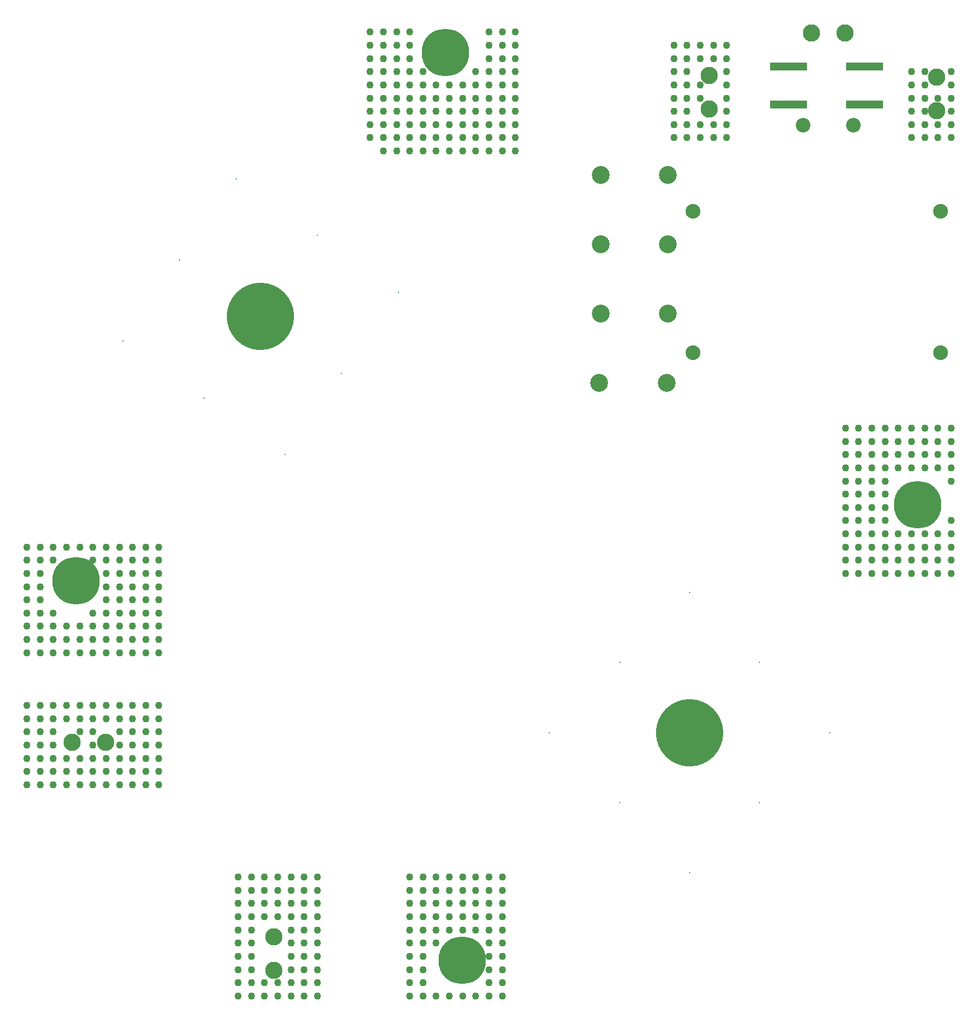
<source format=gts>
G04 Layer_Color=8388736*
%FSLAX24Y24*%
%MOIN*%
G70*
G01*
G75*
%ADD27R,0.2206X0.0493*%
%ADD28C,0.0867*%
%ADD29C,0.1064*%
%ADD30C,0.0880*%
%ADD31C,0.1030*%
%ADD32C,0.2836*%
%ADD33C,0.4017*%
%ADD34C,0.0080*%
%ADD35C,0.0434*%
D27*
X49606Y55758D02*
D03*
Y58022D02*
D03*
X54134D02*
D03*
Y55758D02*
D03*
D28*
X50469Y54528D02*
D03*
X53468D02*
D03*
D29*
X42323Y39173D02*
D03*
X38307D02*
D03*
X42402Y43307D02*
D03*
X38386D02*
D03*
X42402Y47441D02*
D03*
X38386D02*
D03*
X42402Y51575D02*
D03*
X38386D02*
D03*
D30*
X43898Y49409D02*
D03*
X58661D02*
D03*
Y40945D02*
D03*
X43898D02*
D03*
D31*
X6858Y17717D02*
D03*
X8858D02*
D03*
X44882Y55480D02*
D03*
Y57480D02*
D03*
X18898Y6134D02*
D03*
Y4134D02*
D03*
X58434Y57402D02*
D03*
Y55402D02*
D03*
X50953Y60039D02*
D03*
X52953D02*
D03*
D32*
X57286Y31892D02*
D03*
X30122Y4715D02*
D03*
X7098Y27367D02*
D03*
X29130Y58848D02*
D03*
D33*
X43701Y18307D02*
D03*
X18110Y43110D02*
D03*
D34*
X47877Y14131D02*
D03*
X39525D02*
D03*
Y22483D02*
D03*
X47877D02*
D03*
X43701Y26659D02*
D03*
Y9955D02*
D03*
X35349Y18307D02*
D03*
X52052D02*
D03*
X26335Y44560D02*
D03*
X9885Y41660D02*
D03*
X19560Y34885D02*
D03*
X16660Y51335D02*
D03*
X21497Y47948D02*
D03*
X13273Y46498D02*
D03*
X14723Y38273D02*
D03*
X22948Y39723D02*
D03*
D35*
X16772Y2598D02*
D03*
Y3386D02*
D03*
Y4173D02*
D03*
Y4961D02*
D03*
Y5748D02*
D03*
Y6535D02*
D03*
Y7323D02*
D03*
Y8110D02*
D03*
Y8898D02*
D03*
Y9685D02*
D03*
X17559Y2598D02*
D03*
Y3386D02*
D03*
Y4173D02*
D03*
Y4961D02*
D03*
Y5748D02*
D03*
Y6535D02*
D03*
Y7323D02*
D03*
Y8110D02*
D03*
Y8898D02*
D03*
Y9685D02*
D03*
X18346Y2598D02*
D03*
Y3386D02*
D03*
Y7323D02*
D03*
Y8110D02*
D03*
Y8898D02*
D03*
Y9685D02*
D03*
X19134Y2598D02*
D03*
Y3386D02*
D03*
Y7323D02*
D03*
Y8110D02*
D03*
Y8898D02*
D03*
Y9685D02*
D03*
X19921Y2598D02*
D03*
Y3386D02*
D03*
Y4173D02*
D03*
Y4961D02*
D03*
Y5748D02*
D03*
Y6535D02*
D03*
Y7323D02*
D03*
Y8110D02*
D03*
Y8898D02*
D03*
Y9685D02*
D03*
X20709Y2598D02*
D03*
Y3386D02*
D03*
Y4173D02*
D03*
Y4961D02*
D03*
Y5748D02*
D03*
Y6535D02*
D03*
Y7323D02*
D03*
Y8110D02*
D03*
Y8898D02*
D03*
Y9685D02*
D03*
X21496Y2598D02*
D03*
Y3386D02*
D03*
Y4173D02*
D03*
Y4961D02*
D03*
Y5748D02*
D03*
Y6535D02*
D03*
Y7323D02*
D03*
Y8110D02*
D03*
Y8898D02*
D03*
Y9685D02*
D03*
X27008Y2598D02*
D03*
Y3386D02*
D03*
Y4173D02*
D03*
Y4961D02*
D03*
Y5748D02*
D03*
Y6535D02*
D03*
Y7323D02*
D03*
Y8110D02*
D03*
Y8898D02*
D03*
Y9685D02*
D03*
X27795Y2598D02*
D03*
Y3386D02*
D03*
Y4173D02*
D03*
Y4961D02*
D03*
Y5748D02*
D03*
Y6535D02*
D03*
Y7323D02*
D03*
Y8110D02*
D03*
Y8898D02*
D03*
Y9685D02*
D03*
X28583Y2598D02*
D03*
Y5748D02*
D03*
Y6535D02*
D03*
Y7323D02*
D03*
Y8110D02*
D03*
Y8898D02*
D03*
Y9685D02*
D03*
X29370Y2598D02*
D03*
Y6535D02*
D03*
Y7323D02*
D03*
Y8110D02*
D03*
Y8898D02*
D03*
Y9685D02*
D03*
X30157Y2598D02*
D03*
Y6535D02*
D03*
Y7323D02*
D03*
Y8110D02*
D03*
Y8898D02*
D03*
Y9685D02*
D03*
X30945Y2598D02*
D03*
Y6535D02*
D03*
Y7323D02*
D03*
Y8110D02*
D03*
Y8898D02*
D03*
Y9685D02*
D03*
X31732Y2598D02*
D03*
Y3386D02*
D03*
Y4173D02*
D03*
Y4961D02*
D03*
Y5748D02*
D03*
Y6535D02*
D03*
Y7323D02*
D03*
Y8110D02*
D03*
Y8898D02*
D03*
Y9685D02*
D03*
X32520Y2598D02*
D03*
Y3386D02*
D03*
Y4173D02*
D03*
Y4961D02*
D03*
Y5748D02*
D03*
Y6535D02*
D03*
Y7323D02*
D03*
Y8110D02*
D03*
Y8898D02*
D03*
Y9685D02*
D03*
X4173Y15197D02*
D03*
Y15984D02*
D03*
Y16772D02*
D03*
Y17559D02*
D03*
Y18346D02*
D03*
Y19134D02*
D03*
Y19921D02*
D03*
X4961Y15197D02*
D03*
Y15984D02*
D03*
Y16772D02*
D03*
Y17559D02*
D03*
Y18346D02*
D03*
Y19134D02*
D03*
Y19921D02*
D03*
X5748Y15197D02*
D03*
Y15984D02*
D03*
Y16772D02*
D03*
Y17559D02*
D03*
Y18346D02*
D03*
Y19134D02*
D03*
Y19921D02*
D03*
X6535Y15197D02*
D03*
Y15984D02*
D03*
Y16772D02*
D03*
Y19134D02*
D03*
Y19921D02*
D03*
X7323Y15197D02*
D03*
Y15984D02*
D03*
Y16772D02*
D03*
Y18346D02*
D03*
Y19134D02*
D03*
Y19921D02*
D03*
X8110Y15197D02*
D03*
Y15984D02*
D03*
Y16772D02*
D03*
Y17559D02*
D03*
Y18346D02*
D03*
Y19134D02*
D03*
Y19921D02*
D03*
X8898Y15197D02*
D03*
Y15984D02*
D03*
Y16772D02*
D03*
Y19134D02*
D03*
Y19921D02*
D03*
X9685Y15197D02*
D03*
Y15984D02*
D03*
Y16772D02*
D03*
Y17559D02*
D03*
Y18346D02*
D03*
Y19134D02*
D03*
Y19921D02*
D03*
X10472Y15197D02*
D03*
Y15984D02*
D03*
Y16772D02*
D03*
Y17559D02*
D03*
Y18346D02*
D03*
Y19134D02*
D03*
Y19921D02*
D03*
X11260Y15197D02*
D03*
Y15984D02*
D03*
Y16772D02*
D03*
Y17559D02*
D03*
Y18346D02*
D03*
Y19134D02*
D03*
Y19921D02*
D03*
X12047Y15197D02*
D03*
Y15984D02*
D03*
Y16772D02*
D03*
Y17559D02*
D03*
Y18346D02*
D03*
Y19134D02*
D03*
Y19921D02*
D03*
X4173Y23071D02*
D03*
Y23858D02*
D03*
Y24646D02*
D03*
Y25433D02*
D03*
Y26220D02*
D03*
Y27008D02*
D03*
Y27795D02*
D03*
Y28583D02*
D03*
Y29370D02*
D03*
X4961Y23071D02*
D03*
Y23858D02*
D03*
Y24646D02*
D03*
Y25433D02*
D03*
Y26220D02*
D03*
Y27008D02*
D03*
Y27795D02*
D03*
Y28583D02*
D03*
Y29370D02*
D03*
X5748Y23071D02*
D03*
Y23858D02*
D03*
Y24646D02*
D03*
Y25433D02*
D03*
Y28583D02*
D03*
Y29370D02*
D03*
X6535Y23071D02*
D03*
Y23858D02*
D03*
Y24646D02*
D03*
Y29370D02*
D03*
X7323Y23071D02*
D03*
Y23858D02*
D03*
Y24646D02*
D03*
Y29370D02*
D03*
X8110Y23071D02*
D03*
Y23858D02*
D03*
Y24646D02*
D03*
Y25433D02*
D03*
Y28583D02*
D03*
Y29370D02*
D03*
X8898Y23071D02*
D03*
Y23858D02*
D03*
Y24646D02*
D03*
Y25433D02*
D03*
Y26220D02*
D03*
Y27008D02*
D03*
Y27795D02*
D03*
Y28583D02*
D03*
Y29370D02*
D03*
X9685Y23071D02*
D03*
Y23858D02*
D03*
Y24646D02*
D03*
Y25433D02*
D03*
Y26220D02*
D03*
Y27008D02*
D03*
Y27795D02*
D03*
Y28583D02*
D03*
Y29370D02*
D03*
X10472Y23071D02*
D03*
Y23858D02*
D03*
Y24646D02*
D03*
Y25433D02*
D03*
Y26220D02*
D03*
Y27008D02*
D03*
Y27795D02*
D03*
Y28583D02*
D03*
Y29370D02*
D03*
X11260Y23071D02*
D03*
Y23858D02*
D03*
Y24646D02*
D03*
Y25433D02*
D03*
Y26220D02*
D03*
Y27008D02*
D03*
Y27795D02*
D03*
Y28583D02*
D03*
Y29370D02*
D03*
X12047Y23071D02*
D03*
Y23858D02*
D03*
Y24646D02*
D03*
Y25433D02*
D03*
Y26220D02*
D03*
Y27008D02*
D03*
Y27795D02*
D03*
Y28583D02*
D03*
Y29370D02*
D03*
X52992Y27795D02*
D03*
Y28583D02*
D03*
Y29370D02*
D03*
Y30157D02*
D03*
Y30945D02*
D03*
Y31732D02*
D03*
Y32520D02*
D03*
Y33307D02*
D03*
Y34095D02*
D03*
Y34882D02*
D03*
Y35669D02*
D03*
Y36457D02*
D03*
X53780Y27795D02*
D03*
Y28583D02*
D03*
Y29370D02*
D03*
Y30157D02*
D03*
Y30945D02*
D03*
Y31732D02*
D03*
Y32520D02*
D03*
Y33307D02*
D03*
Y34095D02*
D03*
Y34882D02*
D03*
Y35669D02*
D03*
Y36457D02*
D03*
X54567Y27795D02*
D03*
Y28583D02*
D03*
Y29370D02*
D03*
Y30157D02*
D03*
Y30945D02*
D03*
Y31732D02*
D03*
Y32520D02*
D03*
Y33307D02*
D03*
Y34095D02*
D03*
Y34882D02*
D03*
Y35669D02*
D03*
Y36457D02*
D03*
X55354Y27795D02*
D03*
Y28583D02*
D03*
Y29370D02*
D03*
Y30157D02*
D03*
Y30945D02*
D03*
Y31732D02*
D03*
Y32520D02*
D03*
Y33307D02*
D03*
Y34095D02*
D03*
Y34882D02*
D03*
Y35669D02*
D03*
Y36457D02*
D03*
X56142Y27795D02*
D03*
Y28583D02*
D03*
Y29370D02*
D03*
Y30157D02*
D03*
Y34095D02*
D03*
Y34882D02*
D03*
Y35669D02*
D03*
Y36457D02*
D03*
X56929Y27795D02*
D03*
Y28583D02*
D03*
Y29370D02*
D03*
Y30157D02*
D03*
Y34095D02*
D03*
Y34882D02*
D03*
Y35669D02*
D03*
Y36457D02*
D03*
X57717Y27795D02*
D03*
Y28583D02*
D03*
Y29370D02*
D03*
Y30157D02*
D03*
Y34095D02*
D03*
Y34882D02*
D03*
Y35669D02*
D03*
Y36457D02*
D03*
X58504Y27795D02*
D03*
Y28583D02*
D03*
Y29370D02*
D03*
Y30157D02*
D03*
Y34095D02*
D03*
Y34882D02*
D03*
Y35669D02*
D03*
Y36457D02*
D03*
X59291Y27795D02*
D03*
Y28583D02*
D03*
Y29370D02*
D03*
Y30157D02*
D03*
Y30945D02*
D03*
Y33307D02*
D03*
Y34095D02*
D03*
Y34882D02*
D03*
Y35669D02*
D03*
Y36457D02*
D03*
X24646Y53780D02*
D03*
Y54567D02*
D03*
Y55354D02*
D03*
Y56142D02*
D03*
Y56929D02*
D03*
Y57717D02*
D03*
Y58504D02*
D03*
Y59291D02*
D03*
Y60079D02*
D03*
X25433Y52992D02*
D03*
Y53780D02*
D03*
Y54567D02*
D03*
Y55354D02*
D03*
Y56142D02*
D03*
Y56929D02*
D03*
Y57717D02*
D03*
Y58504D02*
D03*
Y59291D02*
D03*
Y60079D02*
D03*
X26220Y52992D02*
D03*
Y53780D02*
D03*
Y54567D02*
D03*
Y55354D02*
D03*
Y56142D02*
D03*
Y56929D02*
D03*
Y57717D02*
D03*
Y58504D02*
D03*
Y59291D02*
D03*
Y60079D02*
D03*
X27008Y52992D02*
D03*
Y53780D02*
D03*
Y54567D02*
D03*
Y55354D02*
D03*
Y56142D02*
D03*
Y56929D02*
D03*
Y57717D02*
D03*
Y58504D02*
D03*
Y59291D02*
D03*
Y60079D02*
D03*
X27795Y52992D02*
D03*
Y53780D02*
D03*
Y54567D02*
D03*
Y55354D02*
D03*
Y56142D02*
D03*
Y56929D02*
D03*
Y57717D02*
D03*
X28583Y52992D02*
D03*
Y53780D02*
D03*
Y54567D02*
D03*
Y55354D02*
D03*
Y56142D02*
D03*
Y56929D02*
D03*
X29370Y52992D02*
D03*
Y53780D02*
D03*
Y54567D02*
D03*
Y55354D02*
D03*
Y56142D02*
D03*
Y56929D02*
D03*
X30157Y52992D02*
D03*
Y53780D02*
D03*
Y54567D02*
D03*
Y55354D02*
D03*
Y56142D02*
D03*
Y56929D02*
D03*
X30945Y52992D02*
D03*
Y53780D02*
D03*
Y54567D02*
D03*
Y55354D02*
D03*
Y56142D02*
D03*
Y56929D02*
D03*
Y57717D02*
D03*
X31732Y52992D02*
D03*
Y53780D02*
D03*
Y54567D02*
D03*
Y55354D02*
D03*
Y56142D02*
D03*
Y56929D02*
D03*
Y57717D02*
D03*
Y58504D02*
D03*
Y59291D02*
D03*
Y60079D02*
D03*
X32520Y52992D02*
D03*
Y53780D02*
D03*
Y54567D02*
D03*
Y55354D02*
D03*
Y56142D02*
D03*
Y56929D02*
D03*
Y57717D02*
D03*
Y58504D02*
D03*
Y59291D02*
D03*
Y60079D02*
D03*
X33307Y52992D02*
D03*
Y53780D02*
D03*
Y54567D02*
D03*
Y55354D02*
D03*
Y56142D02*
D03*
Y56929D02*
D03*
Y57717D02*
D03*
Y58504D02*
D03*
Y59291D02*
D03*
Y60079D02*
D03*
X42756Y53780D02*
D03*
Y54567D02*
D03*
Y55354D02*
D03*
Y56142D02*
D03*
Y56929D02*
D03*
Y57717D02*
D03*
Y58504D02*
D03*
Y59291D02*
D03*
X43543Y53780D02*
D03*
Y54567D02*
D03*
Y55354D02*
D03*
Y56142D02*
D03*
Y56929D02*
D03*
Y57717D02*
D03*
Y58504D02*
D03*
Y59291D02*
D03*
X44331Y53780D02*
D03*
Y54567D02*
D03*
Y56142D02*
D03*
Y56929D02*
D03*
Y58504D02*
D03*
Y59291D02*
D03*
X45118Y53780D02*
D03*
Y54567D02*
D03*
Y58504D02*
D03*
Y59291D02*
D03*
X45906Y53780D02*
D03*
Y54567D02*
D03*
Y55354D02*
D03*
Y56142D02*
D03*
Y56929D02*
D03*
Y57717D02*
D03*
Y58504D02*
D03*
Y59291D02*
D03*
X56929Y53780D02*
D03*
Y54567D02*
D03*
Y55354D02*
D03*
Y56142D02*
D03*
Y56929D02*
D03*
Y57717D02*
D03*
X57717Y53780D02*
D03*
Y54567D02*
D03*
Y55354D02*
D03*
Y56142D02*
D03*
Y56929D02*
D03*
Y57717D02*
D03*
X58504Y53780D02*
D03*
Y54567D02*
D03*
Y56142D02*
D03*
X59291Y53780D02*
D03*
Y54567D02*
D03*
Y55354D02*
D03*
Y56142D02*
D03*
Y56929D02*
D03*
Y57717D02*
D03*
M02*

</source>
